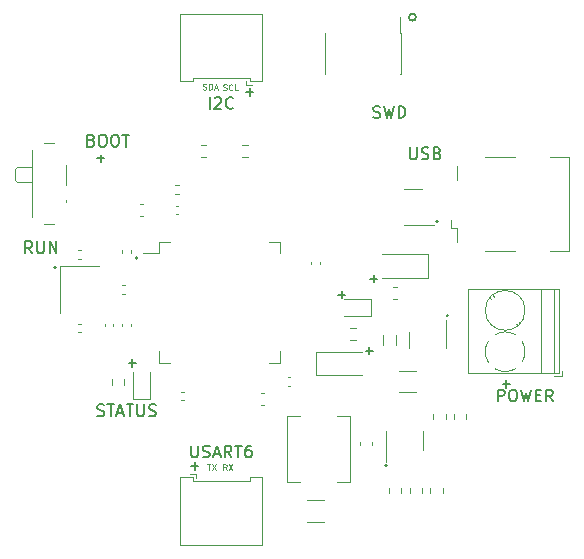
<source format=gbr>
%TF.GenerationSoftware,KiCad,Pcbnew,(6.0.5-0)*%
%TF.CreationDate,2022-07-05T17:16:21+02:00*%
%TF.ProjectId,HWCorso,4857436f-7273-46f2-9e6b-696361645f70,rev?*%
%TF.SameCoordinates,Original*%
%TF.FileFunction,Legend,Top*%
%TF.FilePolarity,Positive*%
%FSLAX46Y46*%
G04 Gerber Fmt 4.6, Leading zero omitted, Abs format (unit mm)*
G04 Created by KiCad (PCBNEW (6.0.5-0)) date 2022-07-05 17:16:21*
%MOMM*%
%LPD*%
G01*
G04 APERTURE LIST*
%ADD10C,0.150000*%
%ADD11C,0.125000*%
%ADD12C,0.120000*%
G04 APERTURE END LIST*
D10*
X55261904Y-94902380D02*
X54928571Y-94426190D01*
X54690476Y-94902380D02*
X54690476Y-93902380D01*
X55071428Y-93902380D01*
X55166666Y-93950000D01*
X55214285Y-93997619D01*
X55261904Y-94092857D01*
X55261904Y-94235714D01*
X55214285Y-94330952D01*
X55166666Y-94378571D01*
X55071428Y-94426190D01*
X54690476Y-94426190D01*
X55690476Y-93902380D02*
X55690476Y-94711904D01*
X55738095Y-94807142D01*
X55785714Y-94854761D01*
X55880952Y-94902380D01*
X56071428Y-94902380D01*
X56166666Y-94854761D01*
X56214285Y-94807142D01*
X56261904Y-94711904D01*
X56261904Y-93902380D01*
X56738095Y-94902380D02*
X56738095Y-93902380D01*
X57309523Y-94902380D01*
X57309523Y-93902380D01*
D11*
X69717857Y-81027380D02*
X69789285Y-81051190D01*
X69908333Y-81051190D01*
X69955952Y-81027380D01*
X69979761Y-81003571D01*
X70003571Y-80955952D01*
X70003571Y-80908333D01*
X69979761Y-80860714D01*
X69955952Y-80836904D01*
X69908333Y-80813095D01*
X69813095Y-80789285D01*
X69765476Y-80765476D01*
X69741666Y-80741666D01*
X69717857Y-80694047D01*
X69717857Y-80646428D01*
X69741666Y-80598809D01*
X69765476Y-80575000D01*
X69813095Y-80551190D01*
X69932142Y-80551190D01*
X70003571Y-80575000D01*
X70217857Y-81051190D02*
X70217857Y-80551190D01*
X70336904Y-80551190D01*
X70408333Y-80575000D01*
X70455952Y-80622619D01*
X70479761Y-80670238D01*
X70503571Y-80765476D01*
X70503571Y-80836904D01*
X70479761Y-80932142D01*
X70455952Y-80979761D01*
X70408333Y-81027380D01*
X70336904Y-81051190D01*
X70217857Y-81051190D01*
X70694047Y-80908333D02*
X70932142Y-80908333D01*
X70646428Y-81051190D02*
X70813095Y-80551190D01*
X70979761Y-81051190D01*
X71429761Y-81077380D02*
X71501190Y-81101190D01*
X71620238Y-81101190D01*
X71667857Y-81077380D01*
X71691666Y-81053571D01*
X71715476Y-81005952D01*
X71715476Y-80958333D01*
X71691666Y-80910714D01*
X71667857Y-80886904D01*
X71620238Y-80863095D01*
X71525000Y-80839285D01*
X71477380Y-80815476D01*
X71453571Y-80791666D01*
X71429761Y-80744047D01*
X71429761Y-80696428D01*
X71453571Y-80648809D01*
X71477380Y-80625000D01*
X71525000Y-80601190D01*
X71644047Y-80601190D01*
X71715476Y-80625000D01*
X72215476Y-81053571D02*
X72191666Y-81077380D01*
X72120238Y-81101190D01*
X72072619Y-81101190D01*
X72001190Y-81077380D01*
X71953571Y-81029761D01*
X71929761Y-80982142D01*
X71905952Y-80886904D01*
X71905952Y-80815476D01*
X71929761Y-80720238D01*
X71953571Y-80672619D01*
X72001190Y-80625000D01*
X72072619Y-80601190D01*
X72120238Y-80601190D01*
X72191666Y-80625000D01*
X72215476Y-80648809D01*
X72667857Y-81101190D02*
X72429761Y-81101190D01*
X72429761Y-80601190D01*
D10*
X73370238Y-81257142D02*
X73979761Y-81257142D01*
X73675000Y-81561904D02*
X73675000Y-80952380D01*
X60770238Y-86857142D02*
X61379761Y-86857142D01*
X61075000Y-87161904D02*
X61075000Y-86552380D01*
D11*
X71716666Y-113276190D02*
X71550000Y-113038095D01*
X71430952Y-113276190D02*
X71430952Y-112776190D01*
X71621428Y-112776190D01*
X71669047Y-112800000D01*
X71692857Y-112823809D01*
X71716666Y-112871428D01*
X71716666Y-112942857D01*
X71692857Y-112990476D01*
X71669047Y-113014285D01*
X71621428Y-113038095D01*
X71430952Y-113038095D01*
X71883333Y-112776190D02*
X72216666Y-113276190D01*
X72216666Y-112776190D02*
X71883333Y-113276190D01*
X70044047Y-112726190D02*
X70329761Y-112726190D01*
X70186904Y-113226190D02*
X70186904Y-112726190D01*
X70448809Y-112726190D02*
X70782142Y-113226190D01*
X70782142Y-112726190D02*
X70448809Y-113226190D01*
D10*
X68720238Y-112932142D02*
X69329761Y-112932142D01*
X69025000Y-113236904D02*
X69025000Y-112627380D01*
X81145238Y-98407142D02*
X81754761Y-98407142D01*
X81450000Y-98711904D02*
X81450000Y-98102380D01*
X63445238Y-104207142D02*
X64054761Y-104207142D01*
X63750000Y-104511904D02*
X63750000Y-103902380D01*
X95095238Y-105982142D02*
X95704761Y-105982142D01*
X95400000Y-106286904D02*
X95400000Y-105677380D01*
X83495238Y-103157142D02*
X84104761Y-103157142D01*
X83800000Y-103461904D02*
X83800000Y-102852380D01*
X83870238Y-97082142D02*
X84479761Y-97082142D01*
X84175000Y-97386904D02*
X84175000Y-96777380D01*
X87751040Y-74925000D02*
G75*
G03*
X87751040Y-74925000I-301040J0D01*
G01*
X90470711Y-100200000D02*
G75*
G03*
X90470711Y-100200000I-70711J0D01*
G01*
X89629057Y-92225000D02*
G75*
G03*
X89629057Y-92225000I-79057J0D01*
G01*
X85270711Y-112875000D02*
G75*
G03*
X85270711Y-112875000I-70711J0D01*
G01*
X57254057Y-96125000D02*
G75*
G03*
X57254057Y-96125000I-79057J0D01*
G01*
X64154057Y-95300000D02*
G75*
G03*
X64154057Y-95300000I-79057J0D01*
G01*
X87238095Y-85952380D02*
X87238095Y-86761904D01*
X87285714Y-86857142D01*
X87333333Y-86904761D01*
X87428571Y-86952380D01*
X87619047Y-86952380D01*
X87714285Y-86904761D01*
X87761904Y-86857142D01*
X87809523Y-86761904D01*
X87809523Y-85952380D01*
X88238095Y-86904761D02*
X88380952Y-86952380D01*
X88619047Y-86952380D01*
X88714285Y-86904761D01*
X88761904Y-86857142D01*
X88809523Y-86761904D01*
X88809523Y-86666666D01*
X88761904Y-86571428D01*
X88714285Y-86523809D01*
X88619047Y-86476190D01*
X88428571Y-86428571D01*
X88333333Y-86380952D01*
X88285714Y-86333333D01*
X88238095Y-86238095D01*
X88238095Y-86142857D01*
X88285714Y-86047619D01*
X88333333Y-86000000D01*
X88428571Y-85952380D01*
X88666666Y-85952380D01*
X88809523Y-86000000D01*
X89571428Y-86428571D02*
X89714285Y-86476190D01*
X89761904Y-86523809D01*
X89809523Y-86619047D01*
X89809523Y-86761904D01*
X89761904Y-86857142D01*
X89714285Y-86904761D01*
X89619047Y-86952380D01*
X89238095Y-86952380D01*
X89238095Y-85952380D01*
X89571428Y-85952380D01*
X89666666Y-86000000D01*
X89714285Y-86047619D01*
X89761904Y-86142857D01*
X89761904Y-86238095D01*
X89714285Y-86333333D01*
X89666666Y-86380952D01*
X89571428Y-86428571D01*
X89238095Y-86428571D01*
X60267857Y-85353571D02*
X60410714Y-85401190D01*
X60458333Y-85448809D01*
X60505952Y-85544047D01*
X60505952Y-85686904D01*
X60458333Y-85782142D01*
X60410714Y-85829761D01*
X60315476Y-85877380D01*
X59934523Y-85877380D01*
X59934523Y-84877380D01*
X60267857Y-84877380D01*
X60363095Y-84925000D01*
X60410714Y-84972619D01*
X60458333Y-85067857D01*
X60458333Y-85163095D01*
X60410714Y-85258333D01*
X60363095Y-85305952D01*
X60267857Y-85353571D01*
X59934523Y-85353571D01*
X61125000Y-84877380D02*
X61315476Y-84877380D01*
X61410714Y-84925000D01*
X61505952Y-85020238D01*
X61553571Y-85210714D01*
X61553571Y-85544047D01*
X61505952Y-85734523D01*
X61410714Y-85829761D01*
X61315476Y-85877380D01*
X61125000Y-85877380D01*
X61029761Y-85829761D01*
X60934523Y-85734523D01*
X60886904Y-85544047D01*
X60886904Y-85210714D01*
X60934523Y-85020238D01*
X61029761Y-84925000D01*
X61125000Y-84877380D01*
X62172619Y-84877380D02*
X62363095Y-84877380D01*
X62458333Y-84925000D01*
X62553571Y-85020238D01*
X62601190Y-85210714D01*
X62601190Y-85544047D01*
X62553571Y-85734523D01*
X62458333Y-85829761D01*
X62363095Y-85877380D01*
X62172619Y-85877380D01*
X62077380Y-85829761D01*
X61982142Y-85734523D01*
X61934523Y-85544047D01*
X61934523Y-85210714D01*
X61982142Y-85020238D01*
X62077380Y-84925000D01*
X62172619Y-84877380D01*
X62886904Y-84877380D02*
X63458333Y-84877380D01*
X63172619Y-85877380D02*
X63172619Y-84877380D01*
X60773809Y-108654761D02*
X60916666Y-108702380D01*
X61154761Y-108702380D01*
X61250000Y-108654761D01*
X61297619Y-108607142D01*
X61345238Y-108511904D01*
X61345238Y-108416666D01*
X61297619Y-108321428D01*
X61250000Y-108273809D01*
X61154761Y-108226190D01*
X60964285Y-108178571D01*
X60869047Y-108130952D01*
X60821428Y-108083333D01*
X60773809Y-107988095D01*
X60773809Y-107892857D01*
X60821428Y-107797619D01*
X60869047Y-107750000D01*
X60964285Y-107702380D01*
X61202380Y-107702380D01*
X61345238Y-107750000D01*
X61630952Y-107702380D02*
X62202380Y-107702380D01*
X61916666Y-108702380D02*
X61916666Y-107702380D01*
X62488095Y-108416666D02*
X62964285Y-108416666D01*
X62392857Y-108702380D02*
X62726190Y-107702380D01*
X63059523Y-108702380D01*
X63250000Y-107702380D02*
X63821428Y-107702380D01*
X63535714Y-108702380D02*
X63535714Y-107702380D01*
X64154761Y-107702380D02*
X64154761Y-108511904D01*
X64202380Y-108607142D01*
X64250000Y-108654761D01*
X64345238Y-108702380D01*
X64535714Y-108702380D01*
X64630952Y-108654761D01*
X64678571Y-108607142D01*
X64726190Y-108511904D01*
X64726190Y-107702380D01*
X65154761Y-108654761D02*
X65297619Y-108702380D01*
X65535714Y-108702380D01*
X65630952Y-108654761D01*
X65678571Y-108607142D01*
X65726190Y-108511904D01*
X65726190Y-108416666D01*
X65678571Y-108321428D01*
X65630952Y-108273809D01*
X65535714Y-108226190D01*
X65345238Y-108178571D01*
X65250000Y-108130952D01*
X65202380Y-108083333D01*
X65154761Y-107988095D01*
X65154761Y-107892857D01*
X65202380Y-107797619D01*
X65250000Y-107750000D01*
X65345238Y-107702380D01*
X65583333Y-107702380D01*
X65726190Y-107750000D01*
X68702380Y-111202380D02*
X68702380Y-112011904D01*
X68750000Y-112107142D01*
X68797619Y-112154761D01*
X68892857Y-112202380D01*
X69083333Y-112202380D01*
X69178571Y-112154761D01*
X69226190Y-112107142D01*
X69273809Y-112011904D01*
X69273809Y-111202380D01*
X69702380Y-112154761D02*
X69845238Y-112202380D01*
X70083333Y-112202380D01*
X70178571Y-112154761D01*
X70226190Y-112107142D01*
X70273809Y-112011904D01*
X70273809Y-111916666D01*
X70226190Y-111821428D01*
X70178571Y-111773809D01*
X70083333Y-111726190D01*
X69892857Y-111678571D01*
X69797619Y-111630952D01*
X69750000Y-111583333D01*
X69702380Y-111488095D01*
X69702380Y-111392857D01*
X69750000Y-111297619D01*
X69797619Y-111250000D01*
X69892857Y-111202380D01*
X70130952Y-111202380D01*
X70273809Y-111250000D01*
X70654761Y-111916666D02*
X71130952Y-111916666D01*
X70559523Y-112202380D02*
X70892857Y-111202380D01*
X71226190Y-112202380D01*
X72130952Y-112202380D02*
X71797619Y-111726190D01*
X71559523Y-112202380D02*
X71559523Y-111202380D01*
X71940476Y-111202380D01*
X72035714Y-111250000D01*
X72083333Y-111297619D01*
X72130952Y-111392857D01*
X72130952Y-111535714D01*
X72083333Y-111630952D01*
X72035714Y-111678571D01*
X71940476Y-111726190D01*
X71559523Y-111726190D01*
X72416666Y-111202380D02*
X72988095Y-111202380D01*
X72702380Y-112202380D02*
X72702380Y-111202380D01*
X73750000Y-111202380D02*
X73559523Y-111202380D01*
X73464285Y-111250000D01*
X73416666Y-111297619D01*
X73321428Y-111440476D01*
X73273809Y-111630952D01*
X73273809Y-112011904D01*
X73321428Y-112107142D01*
X73369047Y-112154761D01*
X73464285Y-112202380D01*
X73654761Y-112202380D01*
X73750000Y-112154761D01*
X73797619Y-112107142D01*
X73845238Y-112011904D01*
X73845238Y-111773809D01*
X73797619Y-111678571D01*
X73750000Y-111630952D01*
X73654761Y-111583333D01*
X73464285Y-111583333D01*
X73369047Y-111630952D01*
X73321428Y-111678571D01*
X73273809Y-111773809D01*
X94690476Y-107452380D02*
X94690476Y-106452380D01*
X95071428Y-106452380D01*
X95166666Y-106500000D01*
X95214285Y-106547619D01*
X95261904Y-106642857D01*
X95261904Y-106785714D01*
X95214285Y-106880952D01*
X95166666Y-106928571D01*
X95071428Y-106976190D01*
X94690476Y-106976190D01*
X95880952Y-106452380D02*
X96071428Y-106452380D01*
X96166666Y-106500000D01*
X96261904Y-106595238D01*
X96309523Y-106785714D01*
X96309523Y-107119047D01*
X96261904Y-107309523D01*
X96166666Y-107404761D01*
X96071428Y-107452380D01*
X95880952Y-107452380D01*
X95785714Y-107404761D01*
X95690476Y-107309523D01*
X95642857Y-107119047D01*
X95642857Y-106785714D01*
X95690476Y-106595238D01*
X95785714Y-106500000D01*
X95880952Y-106452380D01*
X96642857Y-106452380D02*
X96880952Y-107452380D01*
X97071428Y-106738095D01*
X97261904Y-107452380D01*
X97500000Y-106452380D01*
X97880952Y-106928571D02*
X98214285Y-106928571D01*
X98357142Y-107452380D02*
X97880952Y-107452380D01*
X97880952Y-106452380D01*
X98357142Y-106452380D01*
X99357142Y-107452380D02*
X99023809Y-106976190D01*
X98785714Y-107452380D02*
X98785714Y-106452380D01*
X99166666Y-106452380D01*
X99261904Y-106500000D01*
X99309523Y-106547619D01*
X99357142Y-106642857D01*
X99357142Y-106785714D01*
X99309523Y-106880952D01*
X99261904Y-106928571D01*
X99166666Y-106976190D01*
X98785714Y-106976190D01*
X84142857Y-83404761D02*
X84285714Y-83452380D01*
X84523809Y-83452380D01*
X84619047Y-83404761D01*
X84666666Y-83357142D01*
X84714285Y-83261904D01*
X84714285Y-83166666D01*
X84666666Y-83071428D01*
X84619047Y-83023809D01*
X84523809Y-82976190D01*
X84333333Y-82928571D01*
X84238095Y-82880952D01*
X84190476Y-82833333D01*
X84142857Y-82738095D01*
X84142857Y-82642857D01*
X84190476Y-82547619D01*
X84238095Y-82500000D01*
X84333333Y-82452380D01*
X84571428Y-82452380D01*
X84714285Y-82500000D01*
X85047619Y-82452380D02*
X85285714Y-83452380D01*
X85476190Y-82738095D01*
X85666666Y-83452380D01*
X85904761Y-82452380D01*
X86285714Y-83452380D02*
X86285714Y-82452380D01*
X86523809Y-82452380D01*
X86666666Y-82500000D01*
X86761904Y-82595238D01*
X86809523Y-82690476D01*
X86857142Y-82880952D01*
X86857142Y-83023809D01*
X86809523Y-83214285D01*
X86761904Y-83309523D01*
X86666666Y-83404761D01*
X86523809Y-83452380D01*
X86285714Y-83452380D01*
X70273809Y-82702380D02*
X70273809Y-81702380D01*
X70702380Y-81797619D02*
X70750000Y-81750000D01*
X70845238Y-81702380D01*
X71083333Y-81702380D01*
X71178571Y-81750000D01*
X71226190Y-81797619D01*
X71273809Y-81892857D01*
X71273809Y-81988095D01*
X71226190Y-82130952D01*
X70654761Y-82702380D01*
X71273809Y-82702380D01*
X72273809Y-82607142D02*
X72226190Y-82654761D01*
X72083333Y-82702380D01*
X71988095Y-82702380D01*
X71845238Y-82654761D01*
X71750000Y-82559523D01*
X71702380Y-82464285D01*
X71654761Y-82273809D01*
X71654761Y-82130952D01*
X71702380Y-81940476D01*
X71750000Y-81845238D01*
X71845238Y-81750000D01*
X71988095Y-81702380D01*
X72083333Y-81702380D01*
X72226190Y-81750000D01*
X72273809Y-81797619D01*
D12*
%TO.C,J4*%
X86485000Y-76235000D02*
X86420000Y-76235000D01*
X86420000Y-74910000D02*
X86420000Y-76235000D01*
X80080000Y-79765000D02*
X80015000Y-79765000D01*
X86485000Y-79765000D02*
X86420000Y-79765000D01*
X86485000Y-76235000D02*
X86485000Y-79765000D01*
X80015000Y-76235000D02*
X80015000Y-79765000D01*
X80080000Y-76235000D02*
X80015000Y-76235000D01*
%TO.C,U1*%
X76230000Y-104170000D02*
X76230000Y-103220000D01*
X75280000Y-104170000D02*
X76230000Y-104170000D01*
X76230000Y-93950000D02*
X76230000Y-94900000D01*
X66010000Y-104170000D02*
X66010000Y-103220000D01*
X66960000Y-93950000D02*
X66010000Y-93950000D01*
X66960000Y-104170000D02*
X66010000Y-104170000D01*
X66010000Y-93950000D02*
X66010000Y-94900000D01*
X75280000Y-93950000D02*
X76230000Y-93950000D01*
X66010000Y-94900000D02*
X64670000Y-94900000D01*
%TO.C,U2*%
X88310000Y-110750000D02*
X88310000Y-111550000D01*
X88310000Y-110750000D02*
X88310000Y-109950000D01*
X85190000Y-110750000D02*
X85190000Y-109950000D01*
X85190000Y-110750000D02*
X85190000Y-112550000D01*
%TO.C,C4*%
X68107836Y-107360000D02*
X67892164Y-107360000D01*
X68107836Y-106640000D02*
X67892164Y-106640000D01*
%TO.C,R7*%
X69512742Y-86772500D02*
X69987258Y-86772500D01*
X69512742Y-85727500D02*
X69987258Y-85727500D01*
%TO.C,R2*%
X89227500Y-108987258D02*
X89227500Y-108512742D01*
X90272500Y-108987258D02*
X90272500Y-108512742D01*
%TO.C,D2*%
X88800000Y-97000000D02*
X84900000Y-97000000D01*
X88800000Y-95000000D02*
X84900000Y-95000000D01*
X88800000Y-97000000D02*
X88800000Y-95000000D01*
%TO.C,R8*%
X85477500Y-114762742D02*
X85477500Y-115237258D01*
X86522500Y-114762742D02*
X86522500Y-115237258D01*
%TO.C,R1*%
X63022500Y-105587742D02*
X63022500Y-106062258D01*
X61977500Y-105587742D02*
X61977500Y-106062258D01*
%TO.C,C9*%
X59162164Y-94640000D02*
X59377836Y-94640000D01*
X59162164Y-95360000D02*
X59377836Y-95360000D01*
%TO.C,R3*%
X90977500Y-108512742D02*
X90977500Y-108987258D01*
X92022500Y-108512742D02*
X92022500Y-108987258D01*
%TO.C,C3*%
X63610000Y-94857836D02*
X63610000Y-94642164D01*
X62890000Y-94857836D02*
X62890000Y-94642164D01*
%TO.C,R9*%
X88272500Y-115237258D02*
X88272500Y-114762742D01*
X87227500Y-115237258D02*
X87227500Y-114762742D01*
%TO.C,C1*%
X64640580Y-91760000D02*
X64359420Y-91760000D01*
X64640580Y-90740000D02*
X64359420Y-90740000D01*
%TO.C,R10*%
X88977500Y-114762742D02*
X88977500Y-115237258D01*
X90022500Y-114762742D02*
X90022500Y-115237258D01*
%TO.C,C2*%
X74609420Y-106740000D02*
X74890580Y-106740000D01*
X74609420Y-107760000D02*
X74890580Y-107760000D01*
%TO.C,U3*%
X87500000Y-92560000D02*
X89300000Y-92560000D01*
X87500000Y-89440000D02*
X86700000Y-89440000D01*
X87500000Y-92560000D02*
X86700000Y-92560000D01*
X87500000Y-89440000D02*
X88300000Y-89440000D01*
%TO.C,F1*%
X86162779Y-97740000D02*
X85837221Y-97740000D01*
X86162779Y-98760000D02*
X85837221Y-98760000D01*
%TO.C,C13*%
X79961252Y-115840000D02*
X78538748Y-115840000D01*
X79961252Y-117660000D02*
X78538748Y-117660000D01*
%TO.C,R4*%
X67653641Y-89880000D02*
X67346359Y-89880000D01*
X67653641Y-89120000D02*
X67346359Y-89120000D01*
%TO.C,C10*%
X62890000Y-101107836D02*
X62890000Y-100892164D01*
X63610000Y-101107836D02*
X63610000Y-100892164D01*
%TO.C,L2*%
X76800000Y-108700000D02*
X76800000Y-114300000D01*
X76800000Y-114300000D02*
X77950000Y-114300000D01*
X76800000Y-108700000D02*
X77950000Y-108700000D01*
X82200000Y-114300000D02*
X81050000Y-114300000D01*
X82200000Y-108700000D02*
X81050000Y-108700000D01*
X82200000Y-108700000D02*
X82200000Y-114300000D01*
%TO.C,D3*%
X79250000Y-105250000D02*
X83150000Y-105250000D01*
X79250000Y-103250000D02*
X83150000Y-103250000D01*
X79250000Y-103250000D02*
X79250000Y-105250000D01*
%TO.C,Q1*%
X87190000Y-102250000D02*
X87190000Y-101600000D01*
X90310000Y-102250000D02*
X90310000Y-102900000D01*
X87190000Y-102250000D02*
X87190000Y-102900000D01*
X90310000Y-102250000D02*
X90310000Y-100575000D01*
%TO.C,C5*%
X76892164Y-106110000D02*
X77107836Y-106110000D01*
X76892164Y-105390000D02*
X77107836Y-105390000D01*
%TO.C,R11*%
X82187742Y-101227500D02*
X82662258Y-101227500D01*
X82187742Y-102272500D02*
X82662258Y-102272500D01*
%TO.C,C7*%
X79610000Y-95642164D02*
X79610000Y-95857836D01*
X78890000Y-95642164D02*
X78890000Y-95857836D01*
%TO.C,C8*%
X61390000Y-101087836D02*
X61390000Y-100872164D01*
X62110000Y-101087836D02*
X62110000Y-100872164D01*
%TO.C,J5*%
X67765000Y-113890000D02*
X67765000Y-119610000D01*
X74735000Y-119610000D02*
X71250000Y-119610000D01*
X69125000Y-113600000D02*
X68625000Y-113600000D01*
X74735000Y-113890000D02*
X74735000Y-119610000D01*
X67765000Y-119610000D02*
X71250000Y-119610000D01*
X73665000Y-113890000D02*
X74735000Y-113890000D01*
X69125000Y-113900000D02*
X69125000Y-113600000D01*
X73665000Y-114190000D02*
X73665000Y-113890000D01*
X71250000Y-114190000D02*
X73665000Y-114190000D01*
X68835000Y-114190000D02*
X68835000Y-113890000D01*
X68835000Y-113890000D02*
X67765000Y-113890000D01*
X71250000Y-114190000D02*
X68835000Y-114190000D01*
%TO.C,J1*%
X91265000Y-92800000D02*
X90675000Y-92800000D01*
X90675000Y-92800000D02*
X90675000Y-92100000D01*
X96175000Y-94710000D02*
X93575000Y-94710000D01*
X91265000Y-88700000D02*
X91265000Y-87550000D01*
X100735000Y-94710000D02*
X100735000Y-86790000D01*
X100735000Y-86790000D02*
X99075000Y-86790000D01*
X91265000Y-93950000D02*
X91265000Y-92800000D01*
X93575000Y-86790000D02*
X96175000Y-86790000D01*
X99075000Y-94710000D02*
X100735000Y-94710000D01*
%TO.C,D1*%
X65235000Y-107235000D02*
X65235000Y-104950000D01*
X63765000Y-104950000D02*
X63765000Y-107235000D01*
X63765000Y-107235000D02*
X65235000Y-107235000D01*
%TO.C,Y1*%
X60900000Y-96000000D02*
X57600000Y-96000000D01*
X57600000Y-96000000D02*
X57600000Y-100000000D01*
%TO.C,R5*%
X73487258Y-86772500D02*
X73012742Y-86772500D01*
X73487258Y-85727500D02*
X73012742Y-85727500D01*
%TO.C,FB1*%
X84940000Y-101850378D02*
X84940000Y-102649622D01*
X86060000Y-101850378D02*
X86060000Y-102649622D01*
%TO.C,C12*%
X84010000Y-111140580D02*
X84010000Y-110859420D01*
X82990000Y-111140580D02*
X82990000Y-110859420D01*
%TO.C,R6*%
X63153641Y-97620000D02*
X62846359Y-97620000D01*
X63153641Y-98380000D02*
X62846359Y-98380000D01*
%TO.C,J2*%
X96481000Y-100725000D02*
X96574000Y-100819000D01*
X99860000Y-105060000D02*
X99860000Y-97940000D01*
X92140000Y-105060000D02*
X92140000Y-97940000D01*
X96241000Y-100895000D02*
X96369000Y-101024000D01*
X92140000Y-97940000D02*
X99860000Y-97940000D01*
X100100000Y-105300000D02*
X100100000Y-104900000D01*
X94231000Y-98475000D02*
X94359000Y-98604000D01*
X99460000Y-105300000D02*
X100100000Y-105300000D01*
X92140000Y-105060000D02*
X99860000Y-105060000D01*
X94025000Y-98680000D02*
X94119000Y-98774000D01*
X99400000Y-105060000D02*
X99400000Y-97940000D01*
X98300000Y-105060000D02*
X98300000Y-97940000D01*
X93859999Y-102384000D02*
G75*
G03*
X93874642Y-104139894I1439999J-866000D01*
G01*
X96740000Y-104116000D02*
G75*
G03*
X96980099Y-103221326I-1440014J866003D01*
G01*
X96191000Y-101825000D02*
G75*
G03*
X94409807Y-101824496I-891000J-1425003D01*
G01*
X94434000Y-104690001D02*
G75*
G03*
X96189894Y-104675358I866000J1439999D01*
G01*
X96980000Y-103250000D02*
G75*
G03*
X96724721Y-102359736I-1679990J3D01*
G01*
X96980000Y-99750000D02*
G75*
G03*
X96980000Y-99750000I-1680000J0D01*
G01*
%TO.C,C6*%
X86288748Y-106660000D02*
X87711252Y-106660000D01*
X86288748Y-104840000D02*
X87711252Y-104840000D01*
%TO.C,J3*%
X71250000Y-80060000D02*
X73665000Y-80060000D01*
X73665000Y-80060000D02*
X73665000Y-80360000D01*
X74735000Y-80360000D02*
X74735000Y-74640000D01*
X71250000Y-80060000D02*
X68835000Y-80060000D01*
X73375000Y-80650000D02*
X73875000Y-80650000D01*
X68835000Y-80360000D02*
X67765000Y-80360000D01*
X68835000Y-80060000D02*
X68835000Y-80360000D01*
X73375000Y-80350000D02*
X73375000Y-80650000D01*
X74735000Y-74640000D02*
X71250000Y-74640000D01*
X67765000Y-74640000D02*
X71250000Y-74640000D01*
X67765000Y-80360000D02*
X67765000Y-74640000D01*
X73665000Y-80360000D02*
X74735000Y-80360000D01*
%TO.C,C11*%
X59357836Y-101610000D02*
X59142164Y-101610000D01*
X59357836Y-100890000D02*
X59142164Y-100890000D01*
%TO.C,SW1*%
X58120000Y-87400000D02*
X58120000Y-89100000D01*
X53980000Y-88900000D02*
X55270000Y-88900000D01*
X55270000Y-87600000D02*
X53980000Y-87600000D01*
X53770000Y-87800000D02*
X53770000Y-88700000D01*
X57070000Y-85550000D02*
X56280000Y-85550000D01*
X56280000Y-92450000D02*
X57070000Y-92450000D01*
X53980000Y-88900000D02*
X53770000Y-88700000D01*
X55270000Y-86150000D02*
X55270000Y-91850000D01*
X58120000Y-90400000D02*
X58120000Y-90600000D01*
X53980000Y-87600000D02*
X53770000Y-87800000D01*
%TO.C,C14*%
X67392164Y-91610000D02*
X67607836Y-91610000D01*
X67392164Y-90890000D02*
X67607836Y-90890000D01*
%TO.C,D4*%
X83910000Y-100235000D02*
X83910000Y-98765000D01*
X83910000Y-98765000D02*
X81625000Y-98765000D01*
X81625000Y-100235000D02*
X83910000Y-100235000D01*
%TD*%
M02*

</source>
